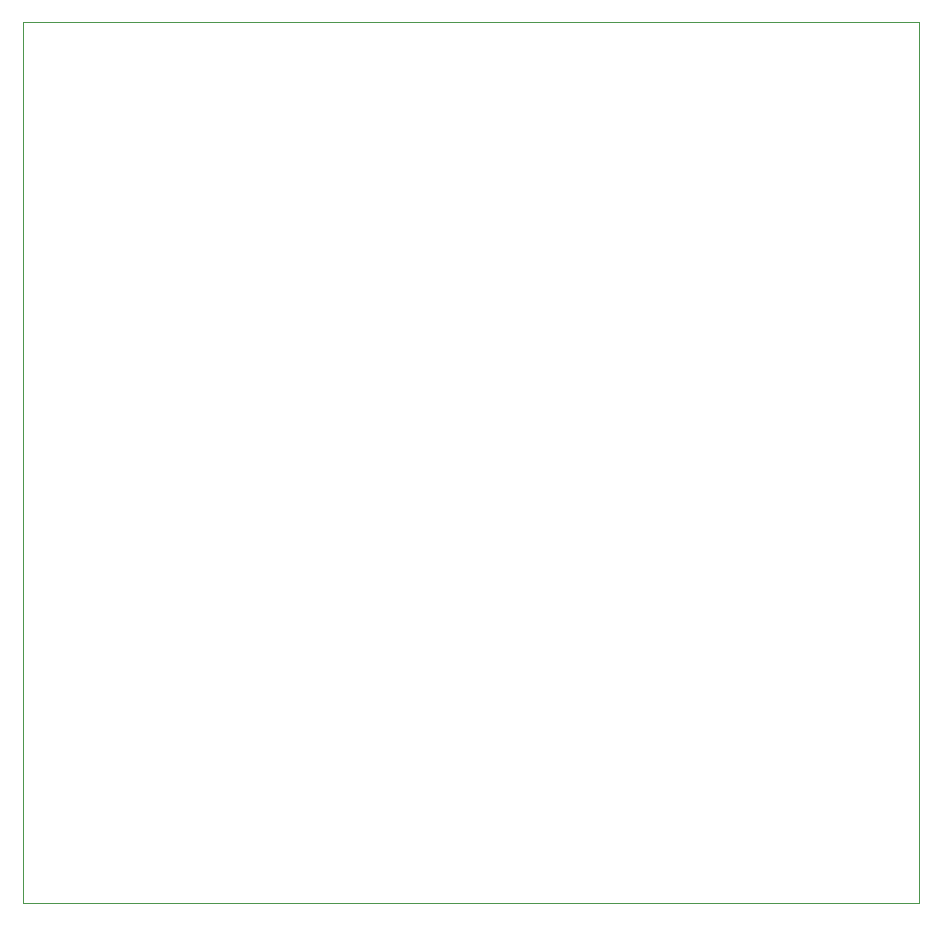
<source format=gm1>
G04 #@! TF.GenerationSoftware,KiCad,Pcbnew,7.0.7*
G04 #@! TF.CreationDate,2023-11-11T11:47:43+00:00*
G04 #@! TF.ProjectId,AD3 Front End Amplifier,41443320-4672-46f6-9e74-20456e642041,rev?*
G04 #@! TF.SameCoordinates,Original*
G04 #@! TF.FileFunction,Profile,NP*
%FSLAX46Y46*%
G04 Gerber Fmt 4.6, Leading zero omitted, Abs format (unit mm)*
G04 Created by KiCad (PCBNEW 7.0.7) date 2023-11-11 11:47:43*
%MOMM*%
%LPD*%
G01*
G04 APERTURE LIST*
G04 #@! TA.AperFunction,Profile*
%ADD10C,0.100000*%
G04 #@! TD*
G04 APERTURE END LIST*
D10*
X174130000Y-62230000D02*
X250000000Y-62230000D01*
X250000000Y-136830000D01*
X174130000Y-136830000D01*
X174130000Y-62230000D01*
M02*

</source>
